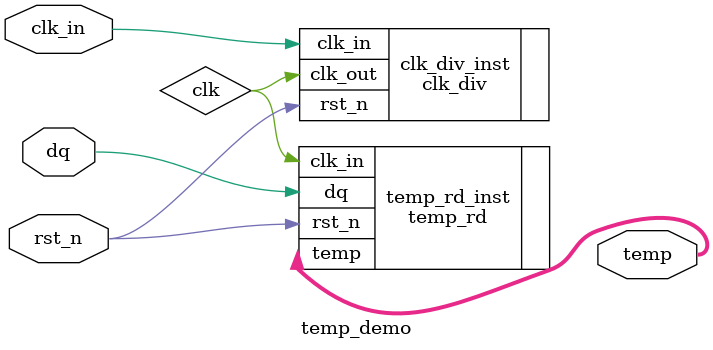
<source format=v>
`timescale 1ns/1ps

module temp_demo
	(
		input wire	clk_in,
		input wire	rst_n,
		inout wire	dq,
		output wire[4:0]	temp
	);

wire clk;

//clk_div
clk_div clk_div_inst
	(
		.clk_in(clk_in),	
		.rst_n(rst_n),
		.clk_out(clk)
	);
	
//temp_rd
temp_rd temp_rd_inst
	(
		.clk_in(clk),		//1.024M
		.rst_n(rst_n),
		.dq(dq),				//单总线
		.temp(temp)			//温度值，单位℃
	);
	
endmodule
	
</source>
